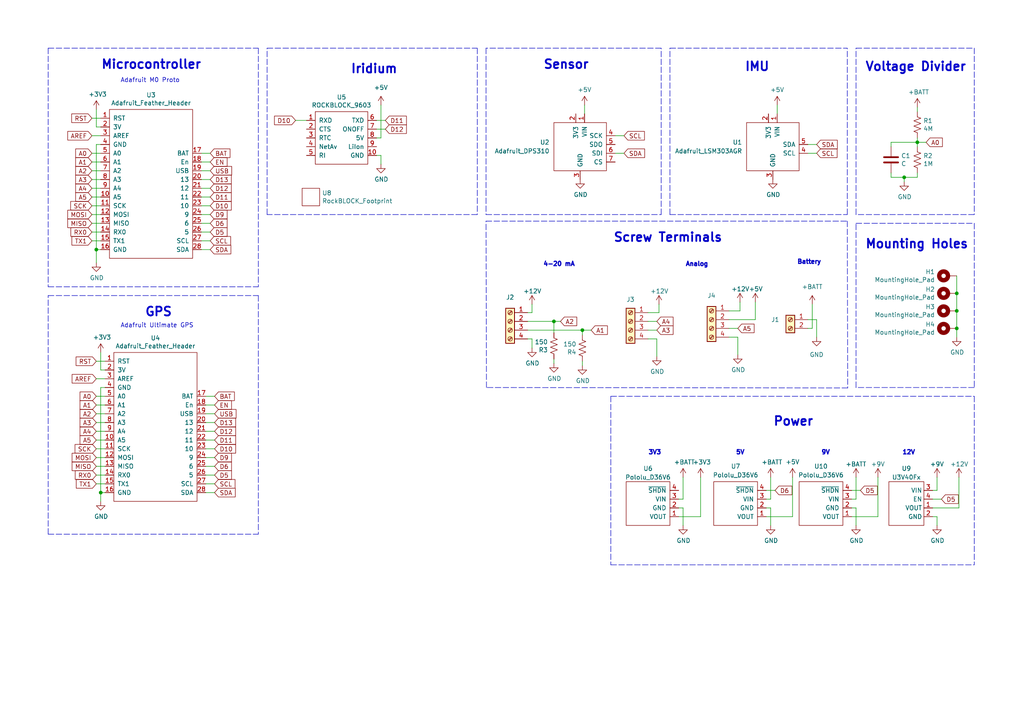
<source format=kicad_sch>
(kicad_sch (version 20211123) (generator eeschema)
  (paper "A4")
  (lib_symbols
    (symbol "Connector:Screw_Terminal_01x02" (pin_names (offset 1.016) hide)
      (property "Reference" "J" (at 0 2.54 0))
      (property "Value" "Screw_Terminal_01x02" (at 0 -5.08 0))
      (symbol "Screw_Terminal_01x02_1_1"
        (rectangle (start -1.27 1.27) (end 1.27 -3.81) (stroke (width 0.254)) (fill (type background)))
        (circle (center 0 -2.54) (radius 0.635) (stroke (width 0.1524)))
        (polyline (pts (xy -0.5334 -2.2098) (xy 0.3302 -3.048)) (stroke (width 0.1524)))
        (polyline (pts (xy -0.5334 0.3302) (xy 0.3302 -0.508)) (stroke (width 0.1524)))
        (polyline (pts (xy -0.3556 -2.032) (xy 0.508 -2.8702)) (stroke (width 0.1524)))
        (polyline (pts (xy -0.3556 0.508) (xy 0.508 -0.3302)) (stroke (width 0.1524)))
        (circle (center 0 0) (radius 0.635) (stroke (width 0.1524)))
        (pin passive line (at -5.08 0 0) (length 3.81) (name "Pin_1") (number "1"))
        (pin passive line (at -5.08 -2.54 0) (length 3.81) (name "Pin_2") (number "2"))
      )
    )
    (symbol "Connector:Screw_Terminal_01x04" (pin_names (offset 1.016) hide)
      (property "Reference" "J" (at 0 5.08 0))
      (property "Value" "Screw_Terminal_01x04" (at 0 -7.62 0))
      (symbol "Screw_Terminal_01x04_1_1"
        (rectangle (start -1.27 3.81) (end 1.27 -6.35) (stroke (width 0.254)) (fill (type background)))
        (circle (center 0 -5.08) (radius 0.635) (stroke (width 0.1524)))
        (circle (center 0 -2.54) (radius 0.635) (stroke (width 0.1524)))
        (polyline (pts (xy -0.5334 -4.7498) (xy 0.3302 -5.588)) (stroke (width 0.1524)))
        (polyline (pts (xy -0.5334 -2.2098) (xy 0.3302 -3.048)) (stroke (width 0.1524)))
        (polyline (pts (xy -0.5334 0.3302) (xy 0.3302 -0.508)) (stroke (width 0.1524)))
        (polyline (pts (xy -0.5334 2.8702) (xy 0.3302 2.032)) (stroke (width 0.1524)))
        (polyline (pts (xy -0.3556 -4.572) (xy 0.508 -5.4102)) (stroke (width 0.1524)))
        (polyline (pts (xy -0.3556 -2.032) (xy 0.508 -2.8702)) (stroke (width 0.1524)))
        (polyline (pts (xy -0.3556 0.508) (xy 0.508 -0.3302)) (stroke (width 0.1524)))
        (polyline (pts (xy -0.3556 3.048) (xy 0.508 2.2098)) (stroke (width 0.1524)))
        (circle (center 0 0) (radius 0.635) (stroke (width 0.1524)))
        (circle (center 0 2.54) (radius 0.635) (stroke (width 0.1524)))
        (pin passive line (at -5.08 2.54 0) (length 3.81) (name "Pin_1") (number "1"))
        (pin passive line (at -5.08 0 0) (length 3.81) (name "Pin_2") (number "2"))
        (pin passive line (at -5.08 -2.54 0) (length 3.81) (name "Pin_3") (number "3"))
        (pin passive line (at -5.08 -5.08 0) (length 3.81) (name "Pin_4") (number "4"))
      )
    )
    (symbol "Cryologger:Adafruit_DPS310" (pin_names (offset 1.016))
      (property "Reference" "U" (at 7.62 7.62 0))
      (property "Value" "Cryologger_Adafruit_DPS310" (at 8.89 -8.89 0))
      (symbol "Adafruit_DPS310_0_1"
        (rectangle (start 7.62 6.35) (end -7.62 -7.62))
      )
      (symbol "Adafruit_DPS310_1_1"
        (pin input line (at 1.27 8.89 270) (length 2.54) (name "VIN") (number "1"))
        (pin input line (at -1.27 8.89 270) (length 2.54) (name "3V3") (number "2"))
        (pin input line (at 0 -10.16 90) (length 2.54) (name "GND") (number "3"))
        (pin input line (at 10.16 2.54 180) (length 2.54) (name "SCK") (number "4"))
        (pin input line (at 10.16 0 180) (length 2.54) (name "SDO") (number "5"))
        (pin input line (at 10.16 -2.54 180) (length 2.54) (name "SDI") (number "6"))
        (pin input line (at 10.16 -5.08 180) (length 2.54) (name "CS") (number "7"))
      )
    )
    (symbol "Cryologger:Adafruit_Feather_Header" (pin_names (offset 1.016))
      (property "Reference" "U" (at 0 25.4 0))
      (property "Value" "Cryologger_Adafruit_Feather_Header" (at 0 -21.59 0))
      (symbol "Adafruit_Feather_Header_0_1"
        (rectangle (start -11.43 -19.05) (end 12.7 24.13))
      )
      (symbol "Adafruit_Feather_Header_1_1"
        (pin input line (at -13.97 21.59 0) (length 2.54) (name "RST") (number "1"))
        (pin input line (at -13.97 -1.27 0) (length 2.54) (name "A5") (number "10"))
        (pin input line (at -13.97 -3.81 0) (length 2.54) (name "SCK") (number "11"))
        (pin input line (at -13.97 -6.35 0) (length 2.54) (name "MOSI") (number "12"))
        (pin input line (at -13.97 -8.89 0) (length 2.54) (name "MISO") (number "13"))
        (pin input line (at -13.97 -11.43 0) (length 2.54) (name "RX0") (number "14"))
        (pin input line (at -13.97 -13.97 0) (length 2.54) (name "TX1") (number "15"))
        (pin input line (at -13.97 -16.51 0) (length 2.54) (name "GND") (number "16"))
        (pin input line (at 15.24 11.43 180) (length 2.54) (name "BAT") (number "17"))
        (pin input line (at 15.24 8.89 180) (length 2.54) (name "En") (number "18"))
        (pin input line (at 15.24 6.35 180) (length 2.54) (name "USB") (number "19"))
        (pin input line (at -13.97 19.05 0) (length 2.54) (name "3V") (number "2"))
        (pin input line (at 15.24 3.81 180) (length 2.54) (name "13") (number "20"))
        (pin input line (at 15.24 1.27 180) (length 2.54) (name "12") (number "21"))
        (pin input line (at 15.24 -1.27 180) (length 2.54) (name "11") (number "22"))
        (pin input line (at 15.24 -3.81 180) (length 2.54) (name "10") (number "23"))
        (pin input line (at 15.24 -6.35 180) (length 2.54) (name "9") (number "24"))
        (pin input line (at 15.24 -8.89 180) (length 2.54) (name "6") (number "25"))
        (pin input line (at 15.24 -11.43 180) (length 2.54) (name "5") (number "26"))
        (pin input line (at 15.24 -13.97 180) (length 2.54) (name "SCL") (number "27"))
        (pin input line (at 15.24 -16.51 180) (length 2.54) (name "SDA") (number "28"))
        (pin input line (at -13.97 16.51 0) (length 2.54) (name "AREF") (number "3"))
        (pin input line (at -13.97 13.97 0) (length 2.54) (name "GND") (number "4"))
        (pin input line (at -13.97 11.43 0) (length 2.54) (name "A0") (number "5"))
        (pin input line (at -13.97 8.89 0) (length 2.54) (name "A1") (number "6"))
        (pin input line (at -13.97 6.35 0) (length 2.54) (name "A2") (number "7"))
        (pin input line (at -13.97 3.81 0) (length 2.54) (name "A3") (number "8"))
        (pin input line (at -13.97 1.27 0) (length 2.54) (name "A4") (number "9"))
      )
    )
    (symbol "Cryologger:Adafruit_LSM303AGR" (pin_names (offset 1.016))
      (property "Reference" "U" (at 6.35 8.89 0))
      (property "Value" "Cryologger_Adafruit_LSM303AGR" (at 10.16 -7.62 0))
      (symbol "Adafruit_LSM303AGR_0_1"
        (rectangle (start 7.62 -6.35) (end -7.62 7.62))
      )
      (symbol "Adafruit_LSM303AGR_1_1"
        (pin input line (at 1.27 10.16 270) (length 2.54) (name "VIN") (number "1"))
        (pin input line (at -1.27 10.16 270) (length 2.54) (name "3V3") (number "2"))
        (pin input line (at 0 -8.89 90) (length 2.54) (name "GND") (number "3"))
        (pin input line (at 10.16 -1.27 180) (length 2.54) (name "SCL") (number "4"))
        (pin input line (at 10.16 1.27 180) (length 2.54) (name "SDA") (number "5"))
      )
    )
    (symbol "Cryologger:Pololu_D36V6" (pin_names (offset 1.016))
      (property "Reference" "U" (at 0 7.62 0))
      (property "Value" "Cryologger_Pololu_D36V6" (at 0 -7.62 0))
      (symbol "Pololu_D36V6_0_1"
        (rectangle (start 6.35 6.35) (end -6.35 -6.35))
      )
      (symbol "Pololu_D36V6_1_1"
        (pin input line (at 8.89 -3.81 180) (length 2.54) (name "VOUT") (number "1"))
        (pin input line (at 8.89 -1.27 180) (length 2.54) (name "GND") (number "2"))
        (pin input line (at 8.89 1.27 180) (length 2.54) (name "VIN") (number "3"))
        (pin input line (at 8.89 3.81 180) (length 2.54) (name "~{SHDN}") (number "4"))
      )
    )
    (symbol "Cryologger:ROCKBLOCK_9603" (pin_names (offset 1.016))
      (property "Reference" "U" (at 0 8.89 0))
      (property "Value" "Cryologger_ROCKBLOCK_9603" (at 0 -8.89 0))
      (symbol "ROCKBLOCK_9603_0_1"
        (rectangle (start -7.62 -7.62) (end 7.62 7.62))
      )
      (symbol "ROCKBLOCK_9603_1_1"
        (pin input line (at -10.16 5.08 0) (length 2.54) (name "RXD") (number "1"))
        (pin input line (at 10.16 -5.08 180) (length 2.54) (name "GND") (number "10"))
        (pin input line (at -10.16 2.54 0) (length 2.54) (name "CTS") (number "2"))
        (pin input line (at -10.16 0 0) (length 2.54) (name "RTC") (number "3"))
        (pin input line (at -10.16 -2.54 0) (length 2.54) (name "NetAv") (number "4"))
        (pin input line (at -10.16 -5.08 0) (length 2.54) (name "RI") (number "5"))
        (pin input line (at 10.16 5.08 180) (length 2.54) (name "TXD") (number "6"))
        (pin input line (at 10.16 2.54 180) (length 2.54) (name "ONOFF") (number "7"))
        (pin input line (at 10.16 0 180) (length 2.54) (name "5V") (number "8"))
        (pin input line (at 10.16 -2.54 180) (length 2.54) (name "LiIon") (number "9"))
      )
    )
    (symbol "Cryologger:RockBLOCK_Footprint" (pin_names (offset 1.016))
      (property "Reference" "U" (at 0 8.89 0))
      (property "Value" "Cryologger_RockBLOCK_Footprint" (at 0 -10.16 0))
      (symbol "RockBLOCK_Footprint_0_1"
        (rectangle (start -2.54 2.54) (end 2.54 -2.54))
      )
    )
    (symbol "Cryologger:U3V40Fx"
      (property "Reference" "U" (at 0 7.62 0))
      (property "Value" "U3V40Fx" (at 0 -7.62 0))
      (symbol "U3V40Fx_0_1"
        (rectangle (start -5.08 6.35) (end 5.08 -6.35) (stroke (width 0.1524)))
      )
      (symbol "U3V40Fx_1_1"
        (pin output line (at 7.62 -1.27 180) (length 2.54) (name "VOUT") (number "1"))
        (pin input line (at 7.62 -3.81 180) (length 2.54) (name "GND") (number "2"))
        (pin input line (at 7.62 3.81 180) (length 2.54) (name "VIN") (number "3"))
        (pin input line (at 7.62 1.27 180) (length 2.54) (name "EN") (number "4"))
      )
    )
    (symbol "Device:C" (pin_numbers hide) (pin_names (offset 0.254))
      (property "Reference" "C" (at 0.635 2.54 0))
      (property "Value" "C" (at 0.635 -2.54 0))
      (symbol "C_0_1"
        (polyline (pts (xy -2.032 -0.762) (xy 2.032 -0.762)) (stroke (width 0.508)))
        (polyline (pts (xy -2.032 0.762) (xy 2.032 0.762)) (stroke (width 0.508)))
      )
      (symbol "C_1_1"
        (pin passive line (at 0 3.81 270) (length 2.794) (name "~") (number "1"))
        (pin passive line (at 0 -3.81 90) (length 2.794) (name "~") (number "2"))
      )
    )
    (symbol "Device:R_US" (pin_numbers hide) (pin_names (offset 0))
      (property "Reference" "R" (at 2.54 0 90))
      (property "Value" "R_US" (at -2.54 0 90))
      (symbol "R_US_0_1"
        (polyline (pts (xy 0 -2.286) (xy 0 -2.54)))
        (polyline (pts (xy 0 2.286) (xy 0 2.54)))
        (polyline (pts (xy 0 -0.762) (xy 1.016 -1.143) (xy 0 -1.524) (xy -1.016 -1.905) (xy 0 -2.286)))
        (polyline (pts (xy 0 0.762) (xy 1.016 0.381) (xy 0 0) (xy -1.016 -0.381) (xy 0 -0.762)))
        (polyline (pts (xy 0 2.286) (xy 1.016 1.905) (xy 0 1.524) (xy -1.016 1.143) (xy 0 0.762)))
      )
      (symbol "R_US_1_1"
        (pin passive line (at 0 3.81 270) (length 1.27) (name "~") (number "1"))
        (pin passive line (at 0 -3.81 90) (length 1.27) (name "~") (number "2"))
      )
    )
    (symbol "Mechanical:MountingHole_Pad" (pin_numbers hide) (pin_names (offset 1.016) hide)
      (property "Reference" "H" (at 0 6.35 0))
      (property "Value" "MountingHole_Pad" (at 0 4.445 0))
      (symbol "MountingHole_Pad_0_1"
        (circle (center 0 1.27) (radius 1.27) (stroke (width 1.27)))
      )
      (symbol "MountingHole_Pad_1_1"
        (pin input line (at 0 -2.54 90) (length 2.54) (name "1") (number "1"))
      )
    )
    (symbol "power:+12V" (power) (pin_names (offset 0))
      (property "Value" "+12V" (at 0 3.556 0))
      (symbol "+12V_0_1"
        (polyline (pts (xy -0.762 1.27) (xy 0 2.54)))
        (polyline (pts (xy 0 0) (xy 0 2.54)))
        (polyline (pts (xy 0 2.54) (xy 0.762 1.27)))
      )
      (symbol "+12V_1_1"
        (pin power_in line (at 0 0 90) (length 0) hide (name "+12V") (number "1"))
      )
    )
    (symbol "power:+3V3" (power) (pin_names (offset 0))
      (property "Value" "+3V3" (at 0 3.556 0))
      (symbol "+3V3_0_1"
        (polyline (pts (xy -0.762 1.27) (xy 0 2.54)))
        (polyline (pts (xy 0 0) (xy 0 2.54)))
        (polyline (pts (xy 0 2.54) (xy 0.762 1.27)))
      )
      (symbol "+3V3_1_1"
        (pin power_in line (at 0 0 90) (length 0) hide (name "+3V3") (number "1"))
      )
    )
    (symbol "power:+5V" (power) (pin_names (offset 0))
      (property "Value" "+5V" (at 0 3.556 0))
      (symbol "+5V_0_1"
        (polyline (pts (xy -0.762 1.27) (xy 0 2.54)))
        (polyline (pts (xy 0 0) (xy 0 2.54)))
        (polyline (pts (xy 0 2.54) (xy 0.762 1.27)))
      )
      (symbol "+5V_1_1"
        (pin power_in line (at 0 0 90) (length 0) hide (name "+5V") (number "1"))
      )
    )
    (symbol "power:+9V" (power) (pin_names (offset 0))
      (property "Value" "+9V" (at 0 3.556 0))
      (symbol "+9V_0_1"
        (polyline (pts (xy -0.762 1.27) (xy 0 2.54)))
        (polyline (pts (xy 0 0) (xy 0 2.54)))
        (polyline (pts (xy 0 2.54) (xy 0.762 1.27)))
      )
      (symbol "+9V_1_1"
        (pin power_in line (at 0 0 90) (length 0) hide (name "+9V") (number "1"))
      )
    )
    (symbol "power:+BATT" (power) (pin_names (offset 0))
      (property "Value" "+BATT" (at 0 3.556 0))
      (symbol "+BATT_0_1"
        (polyline (pts (xy -0.762 1.27) (xy 0 2.54)))
        (polyline (pts (xy 0 0) (xy 0 2.54)))
        (polyline (pts (xy 0 2.54) (xy 0.762 1.27)))
      )
      (symbol "+BATT_1_1"
        (pin power_in line (at 0 0 90) (length 0) hide (name "+BATT") (number "1"))
      )
    )
    (symbol "power:GND" (power) (pin_names (offset 0))
      (property "Value" "GND" (at 0 -3.81 0))
      (symbol "GND_0_1"
        (polyline (pts (xy 0 0) (xy 0 -1.27) (xy 1.27 -1.27) (xy 0 -2.54) (xy -1.27 -1.27) (xy 0 -1.27)))
      )
      (symbol "GND_1_1"
        (pin power_in line (at 0 0 270) (length 0) hide (name "GND") (number "1"))
      )
    )
  )
  (junction (at 277.495 95.25))
  (junction (at 160.655 93.218))
  (junction (at 266.065 41.275))
  (junction (at 277.495 90.17))
  (junction (at 277.495 85.09))
  (junction (at 168.91 95.758))
  (junction (at 29.21 142.875))
  (junction (at 27.94 72.39))
  (junction (at 262.255 51.435))
  (wire (pts (xy 27.94 41.91) (xy 27.94 72.39)))
  (wire (pts (xy 219.075 92.71) (xy 219.075 87.63)))
  (wire (pts (xy 29.21 54.61) (xy 26.67 54.61)))
  (wire (pts (xy 60.96 72.39) (xy 58.42 72.39)))
  (wire (pts (xy 198.12 147.32) (xy 198.12 152.4)))
  (wire (pts (xy 153.035 98.298) (xy 154.305 98.298)))
  (polyline (pts (xy 191.77 13.97) (xy 140.97 13.97)))
  (wire (pts (xy 109.22 40.005) (xy 110.49 40.005)))
  (wire (pts (xy 223.52 147.32) (xy 223.52 152.4)))
  (wire (pts (xy 88.9 34.925) (xy 85.725 34.925)))
  (wire (pts (xy 30.48 127.635) (xy 27.94 127.635)))
  (wire (pts (xy 60.96 69.85) (xy 58.42 69.85)))
  (polyline (pts (xy 177.165 114.935) (xy 282.575 114.935)))
  (wire (pts (xy 62.23 142.875) (xy 59.69 142.875)))
  (wire (pts (xy 178.435 39.37) (xy 180.975 39.37)))
  (wire (pts (xy 29.21 46.99) (xy 26.67 46.99)))
  (wire (pts (xy 248.285 144.78) (xy 248.285 138.43)))
  (wire (pts (xy 266.065 50.165) (xy 266.065 51.435)))
  (wire (pts (xy 62.23 114.935) (xy 59.69 114.935)))
  (wire (pts (xy 62.23 130.175) (xy 59.69 130.175)))
  (wire (pts (xy 62.23 127.635) (xy 59.69 127.635)))
  (wire (pts (xy 110.49 45.085) (xy 110.49 47.625)))
  (wire (pts (xy 27.94 36.83) (xy 27.94 31.75)))
  (wire (pts (xy 60.96 67.31) (xy 58.42 67.31)))
  (polyline (pts (xy 245.745 62.23) (xy 245.745 13.97)))
  (wire (pts (xy 277.495 85.09) (xy 277.495 90.17)))
  (wire (pts (xy 168.91 95.758) (xy 171.45 95.758)))
  (wire (pts (xy 234.315 41.91) (xy 236.855 41.91)))
  (wire (pts (xy 248.285 147.32) (xy 248.285 152.4)))
  (wire (pts (xy 191.135 88.265) (xy 191.135 90.678)))
  (wire (pts (xy 62.23 137.795) (xy 59.69 137.795)))
  (wire (pts (xy 203.2 149.86) (xy 203.2 138.43)))
  (polyline (pts (xy 194.31 62.23) (xy 245.745 62.23)))
  (wire (pts (xy 30.48 135.255) (xy 27.94 135.255)))
  (polyline (pts (xy 282.575 64.77) (xy 282.575 112.395)))
  (polyline (pts (xy 194.31 62.23) (xy 194.31 13.97)))
  (polyline (pts (xy 138.43 62.23) (xy 77.47 62.23)))
  (wire (pts (xy 29.21 52.07) (xy 26.67 52.07)))
  (wire (pts (xy 198.12 144.78) (xy 198.12 138.43)))
  (wire (pts (xy 178.435 44.45) (xy 180.975 44.45)))
  (wire (pts (xy 277.495 95.25) (xy 277.495 97.79)))
  (wire (pts (xy 30.48 132.715) (xy 27.94 132.715)))
  (wire (pts (xy 270.51 149.86) (xy 271.78 149.86)))
  (wire (pts (xy 154.305 88.265) (xy 154.305 90.678)))
  (polyline (pts (xy 140.97 13.97) (xy 140.97 62.23)))
  (wire (pts (xy 27.94 36.83) (xy 29.21 36.83)))
  (wire (pts (xy 258.445 41.275) (xy 266.065 41.275)))
  (wire (pts (xy 29.21 62.23) (xy 26.67 62.23)))
  (polyline (pts (xy 13.97 85.725) (xy 74.93 85.725)))
  (wire (pts (xy 27.94 76.2) (xy 27.94 72.39)))
  (wire (pts (xy 211.455 90.17) (xy 214.63 90.17)))
  (polyline (pts (xy 74.93 13.97) (xy 74.93 83.185)))
  (wire (pts (xy 169.545 30.48) (xy 169.545 33.02)))
  (wire (pts (xy 222.25 147.32) (xy 223.52 147.32)))
  (polyline (pts (xy 13.97 83.185) (xy 74.93 83.185)))
  (wire (pts (xy 222.25 142.24) (xy 224.79 142.24)))
  (polyline (pts (xy 191.77 62.23) (xy 191.77 13.97)))
  (wire (pts (xy 30.48 140.335) (xy 27.94 140.335)))
  (wire (pts (xy 62.23 122.555) (xy 59.69 122.555)))
  (wire (pts (xy 109.22 45.085) (xy 110.49 45.085)))
  (wire (pts (xy 29.21 59.69) (xy 26.67 59.69)))
  (wire (pts (xy 222.25 144.78) (xy 223.52 144.78)))
  (wire (pts (xy 262.255 52.705) (xy 262.255 51.435)))
  (wire (pts (xy 29.21 107.315) (xy 30.48 107.315)))
  (wire (pts (xy 29.21 112.395) (xy 29.21 142.875)))
  (polyline (pts (xy 140.97 64.135) (xy 245.745 64.135)))
  (wire (pts (xy 271.78 142.24) (xy 271.78 138.43)))
  (wire (pts (xy 266.065 51.435) (xy 262.255 51.435)))
  (wire (pts (xy 60.96 62.23) (xy 58.42 62.23)))
  (wire (pts (xy 109.22 37.465) (xy 111.76 37.465)))
  (wire (pts (xy 60.96 46.99) (xy 58.42 46.99)))
  (wire (pts (xy 270.51 144.78) (xy 273.05 144.78)))
  (wire (pts (xy 29.21 107.315) (xy 29.21 102.235)))
  (wire (pts (xy 26.67 34.29) (xy 29.21 34.29)))
  (polyline (pts (xy 282.575 112.395) (xy 248.285 112.395)))
  (wire (pts (xy 247.015 147.32) (xy 248.285 147.32)))
  (polyline (pts (xy 194.31 13.97) (xy 245.745 13.97)))
  (polyline (pts (xy 177.165 163.83) (xy 282.575 163.83)))
  (wire (pts (xy 258.445 51.435) (xy 258.445 50.165)))
  (polyline (pts (xy 245.872 112.522) (xy 141.097 112.395)))
  (wire (pts (xy 30.48 137.795) (xy 27.94 137.795)))
  (wire (pts (xy 30.48 142.875) (xy 29.21 142.875)))
  (wire (pts (xy 211.455 95.25) (xy 213.995 95.25)))
  (wire (pts (xy 29.21 142.875) (xy 29.21 145.415)))
  (wire (pts (xy 60.96 57.15) (xy 58.42 57.15)))
  (polyline (pts (xy 138.43 13.97) (xy 138.43 62.23)))
  (wire (pts (xy 160.655 96.52) (xy 160.655 93.218)))
  (wire (pts (xy 60.96 64.77) (xy 58.42 64.77)))
  (polyline (pts (xy 282.575 114.935) (xy 282.575 163.83)))
  (wire (pts (xy 29.21 39.37) (xy 26.67 39.37)))
  (wire (pts (xy 30.48 122.555) (xy 27.94 122.555)))
  (wire (pts (xy 247.015 144.78) (xy 248.285 144.78)))
  (wire (pts (xy 160.655 93.218) (xy 162.56 93.218)))
  (wire (pts (xy 60.96 49.53) (xy 58.42 49.53)))
  (wire (pts (xy 247.015 149.86) (xy 254.635 149.86)))
  (polyline (pts (xy 77.47 13.97) (xy 138.43 13.97)))
  (wire (pts (xy 266.065 41.275) (xy 268.605 41.275)))
  (wire (pts (xy 30.48 120.015) (xy 27.94 120.015)))
  (wire (pts (xy 60.96 54.61) (xy 58.42 54.61)))
  (wire (pts (xy 211.455 92.71) (xy 219.075 92.71)))
  (polyline (pts (xy 77.47 62.23) (xy 77.47 13.97)))
  (wire (pts (xy 62.23 117.475) (xy 59.69 117.475)))
  (polyline (pts (xy 141.097 112.395) (xy 140.97 64.135)))
  (wire (pts (xy 160.655 105.41) (xy 160.655 104.14)))
  (polyline (pts (xy 282.575 62.23) (xy 248.285 62.23)))
  (wire (pts (xy 153.035 95.758) (xy 168.91 95.758)))
  (polyline (pts (xy 13.97 154.94) (xy 13.97 85.725)))
  (wire (pts (xy 235.585 95.25) (xy 235.585 88.265)))
  (wire (pts (xy 266.065 42.545) (xy 266.065 41.275)))
  (wire (pts (xy 154.305 98.298) (xy 154.305 100.965)))
  (wire (pts (xy 270.51 142.24) (xy 271.78 142.24)))
  (wire (pts (xy 277.495 80.01) (xy 277.495 85.09)))
  (wire (pts (xy 29.21 57.15) (xy 26.67 57.15)))
  (wire (pts (xy 29.21 72.39) (xy 27.94 72.39)))
  (wire (pts (xy 60.96 44.45) (xy 58.42 44.45)))
  (wire (pts (xy 62.23 140.335) (xy 59.69 140.335)))
  (polyline (pts (xy 74.93 85.725) (xy 74.93 154.94)))
  (wire (pts (xy 30.48 130.175) (xy 27.94 130.175)))
  (wire (pts (xy 29.21 67.31) (xy 26.67 67.31)))
  (wire (pts (xy 30.48 117.475) (xy 27.94 117.475)))
  (polyline (pts (xy 248.285 62.23) (xy 248.285 13.97)))
  (wire (pts (xy 254.635 138.43) (xy 254.635 149.86)))
  (polyline (pts (xy 13.97 13.97) (xy 74.93 13.97)))
  (wire (pts (xy 211.455 97.79) (xy 213.995 97.79)))
  (wire (pts (xy 266.065 32.385) (xy 266.065 31.115)))
  (wire (pts (xy 187.96 98.298) (xy 190.5 98.298)))
  (wire (pts (xy 29.21 49.53) (xy 26.67 49.53)))
  (wire (pts (xy 62.23 132.715) (xy 59.69 132.715)))
  (polyline (pts (xy 248.285 112.395) (xy 248.285 64.77)))
  (wire (pts (xy 225.425 30.48) (xy 225.425 33.02)))
  (wire (pts (xy 258.445 42.545) (xy 258.445 41.275)))
  (wire (pts (xy 168.91 106.045) (xy 168.91 104.775)))
  (wire (pts (xy 187.96 93.218) (xy 190.5 93.218)))
  (polyline (pts (xy 248.285 13.97) (xy 282.575 13.97)))
  (polyline (pts (xy 248.285 64.77) (xy 282.575 64.77)))
  (wire (pts (xy 168.91 97.155) (xy 168.91 95.758)))
  (wire (pts (xy 214.63 90.17) (xy 214.63 87.63)))
  (wire (pts (xy 222.25 149.86) (xy 229.87 149.86)))
  (wire (pts (xy 62.23 135.255) (xy 59.69 135.255)))
  (wire (pts (xy 278.13 138.43) (xy 278.13 147.32)))
  (wire (pts (xy 236.855 92.71) (xy 236.855 97.79)))
  (wire (pts (xy 234.315 95.25) (xy 235.585 95.25)))
  (wire (pts (xy 271.78 149.86) (xy 271.78 152.4)))
  (polyline (pts (xy 140.97 62.23) (xy 191.77 62.23)))
  (polyline (pts (xy 13.97 154.94) (xy 74.93 154.94)))
  (wire (pts (xy 187.96 95.758) (xy 190.5 95.758)))
  (wire (pts (xy 27.94 104.775) (xy 30.48 104.775)))
  (polyline (pts (xy 245.745 64.135) (xy 245.872 112.522)))
  (wire (pts (xy 110.49 40.005) (xy 110.49 30.48)))
  (wire (pts (xy 196.85 149.86) (xy 203.2 149.86)))
  (wire (pts (xy 29.21 44.45) (xy 26.67 44.45)))
  (wire (pts (xy 30.48 109.855) (xy 27.94 109.855)))
  (wire (pts (xy 30.48 125.095) (xy 27.94 125.095)))
  (wire (pts (xy 153.035 90.678) (xy 154.305 90.678)))
  (wire (pts (xy 247.015 142.24) (xy 249.555 142.24)))
  (wire (pts (xy 229.87 138.43) (xy 229.87 149.86)))
  (wire (pts (xy 62.23 125.095) (xy 59.69 125.095)))
  (polyline (pts (xy 177.165 114.935) (xy 177.165 163.83)))
  (wire (pts (xy 262.255 51.435) (xy 258.445 51.435)))
  (polyline (pts (xy 13.97 13.97) (xy 13.97 83.185)))
  (wire (pts (xy 196.85 147.32) (xy 198.12 147.32)))
  (wire (pts (xy 109.22 34.925) (xy 111.76 34.925)))
  (wire (pts (xy 29.21 69.85) (xy 26.67 69.85)))
  (wire (pts (xy 223.52 138.43) (xy 223.52 144.78)))
  (polyline (pts (xy 282.575 13.97) (xy 282.575 62.23)))
  (wire (pts (xy 29.21 64.77) (xy 26.67 64.77)))
  (wire (pts (xy 29.21 41.91) (xy 27.94 41.91)))
  (wire (pts (xy 30.48 112.395) (xy 29.21 112.395)))
  (wire (pts (xy 213.995 97.79) (xy 213.995 102.87)))
  (wire (pts (xy 234.315 44.45) (xy 236.855 44.45)))
  (wire (pts (xy 62.23 120.015) (xy 59.69 120.015)))
  (wire (pts (xy 277.495 90.17) (xy 277.495 95.25)))
  (wire (pts (xy 30.48 114.935) (xy 27.94 114.935)))
  (wire (pts (xy 60.96 59.69) (xy 58.42 59.69)))
  (wire (pts (xy 153.035 93.218) (xy 160.655 93.218)))
  (wire (pts (xy 190.5 98.298) (xy 190.5 103.378)))
  (wire (pts (xy 266.065 41.275) (xy 266.065 40.005)))
  (wire (pts (xy 187.96 90.678) (xy 191.135 90.678)))
  (wire (pts (xy 196.85 144.78) (xy 198.12 144.78)))
  (wire (pts (xy 60.96 52.07) (xy 58.42 52.07)))
  (wire (pts (xy 234.315 92.71) (xy 236.855 92.71)))
  (wire (pts (xy 270.51 147.32) (xy 278.13 147.32)))
  (text "Screw Terminals" (at 177.8 70.485 0) (effects (font (size 2.54 2.54) (thickness 0.508) bold) (justify left bottom)))
  (text "Iridium" (at 101.6 21.59 0) (effects (font (size 2.54 2.54) (thickness 0.508) bold) (justify left bottom)))
  (text "Power" (at 224.155 123.825 0) (effects (font (size 2.54 2.54) (thickness 0.508) bold) (justify left bottom)))
  (text "Voltage Divider" (at 250.825 20.955 0) (effects (font (size 2.54 2.54) (thickness 0.508) bold) (justify left bottom)))
  (text "IMU" (at 215.9 20.955 0) (effects (font (size 2.54 2.54) (thickness 0.508) bold) (justify left bottom)))
  (text "Microcontroller" (at 29.21 20.32 0) (effects (font (size 2.54 2.54) (thickness 0.508) bold) (justify left bottom)))
  (text "Adafruit Ultimate GPS" (at 34.925 95.25 0) (effects (font (size 1.27 1.27)) (justify left bottom)))
  (text "3V3" (at 187.96 132.08 0) (effects (font (size 1.27 1.27) (thickness 0.508) bold) (justify left bottom)))
  (text "Adafruit M0 Proto\n" (at 34.925 24.13 0) (effects (font (size 1.27 1.27)) (justify left bottom)))
  (text "5V" (at 213.36 132.08 0) (effects (font (size 1.27 1.27) (thickness 0.508) bold) (justify left bottom)))
  (text "4-20 mA" (at 157.48 77.47 0) (effects (font (size 1.27 1.27) (thickness 0.508) bold) (justify left bottom)))
  (text "Battery" (at 231.14 76.835 0) (effects (font (size 1.27 1.27) (thickness 0.508) bold) (justify left bottom)))
  (text "Analog\n" (at 198.755 77.47 0) (effects (font (size 1.27 1.27) (thickness 0.508) bold) (justify left bottom)))
  (text "Sensor" (at 157.48 20.32 0) (effects (font (size 2.54 2.54) (thickness 0.508) bold) (justify left bottom)))
  (text "GPS" (at 41.91 92.075 0) (effects (font (size 2.54 2.54) (thickness 0.508) bold) (justify left bottom)))
  (text "9V" (at 238.125 132.08 0) (effects (font (size 1.27 1.27) (thickness 0.508) bold) (justify left bottom)))
  (text "12V" (at 261.62 132.08 0) (effects (font (size 1.27 1.27) (thickness 0.508) bold) (justify left bottom)))
  (text "Mounting Holes" (at 250.825 72.39 0) (effects (font (size 2.54 2.54) (thickness 0.508) bold) (justify left bottom)))
  (global_label "MISO" (shape input) (at 27.94 135.255 180) (property "Intersheet References" "${INTERSHEET_REFS}" (effects hide)))
  (global_label "A1" (shape input) (at 26.67 46.99 180) (property "Intersheet References" "${INTERSHEET_REFS}" (effects hide)))
  (global_label "D10" (shape input) (at 62.23 130.175 0) (property "Intersheet References" "${INTERSHEET_REFS}" (effects hide)))
  (global_label "D9" (shape input) (at 60.96 62.23 0) (property "Intersheet References" "${INTERSHEET_REFS}" (effects hide)))
  (global_label "D12" (shape input) (at 62.23 125.095 0) (property "Intersheet References" "${INTERSHEET_REFS}" (effects hide)))
  (global_label "TX1" (shape input) (at 26.67 69.85 180) (property "Intersheet References" "${INTERSHEET_REFS}" (effects hide)))
  (global_label "D5" (shape input) (at 273.05 144.78 0) (property "Intersheet References" "${INTERSHEET_REFS}" (effects hide)))
  (global_label "D5" (shape input) (at 249.555 142.24 0) (property "Intersheet References" "${INTERSHEET_REFS}" (effects hide)))
  (global_label "RST" (shape input) (at 27.94 104.775 180) (property "Intersheet References" "${INTERSHEET_REFS}" (effects hide)))
  (global_label "MISO" (shape input) (at 26.67 64.77 180) (property "Intersheet References" "${INTERSHEET_REFS}" (effects hide)))
  (global_label "AREF" (shape input) (at 26.67 39.37 180) (property "Intersheet References" "${INTERSHEET_REFS}" (effects hide)))
  (global_label "A5" (shape input) (at 26.67 57.15 180) (property "Intersheet References" "${INTERSHEET_REFS}" (effects hide)))
  (global_label "A3" (shape input) (at 27.94 122.555 180) (property "Intersheet References" "${INTERSHEET_REFS}" (effects hide)))
  (global_label "D11" (shape input) (at 111.76 34.925 0) (property "Intersheet References" "${INTERSHEET_REFS}" (effects hide)))
  (global_label "EN" (shape input) (at 62.23 117.475 0) (property "Intersheet References" "${INTERSHEET_REFS}" (effects hide)))
  (global_label "D13" (shape input) (at 60.96 52.07 0) (property "Intersheet References" "${INTERSHEET_REFS}" (effects hide)))
  (global_label "D12" (shape input) (at 60.96 54.61 0) (property "Intersheet References" "${INTERSHEET_REFS}" (effects hide)))
  (global_label "D6" (shape input) (at 60.96 64.77 0) (property "Intersheet References" "${INTERSHEET_REFS}" (effects hide)))
  (global_label "A1" (shape input) (at 171.45 95.758 0) (property "Intersheet References" "${INTERSHEET_REFS}" (effects hide)))
  (global_label "SCK" (shape input) (at 26.67 59.69 180) (property "Intersheet References" "${INTERSHEET_REFS}" (effects hide)))
  (global_label "USB" (shape input) (at 60.96 49.53 0) (property "Intersheet References" "${INTERSHEET_REFS}" (effects hide)))
  (global_label "A0" (shape input) (at 268.605 41.275 0) (property "Intersheet References" "${INTERSHEET_REFS}" (effects hide)))
  (global_label "MOSI" (shape input) (at 26.67 62.23 180) (property "Intersheet References" "${INTERSHEET_REFS}" (effects hide)))
  (global_label "RX0" (shape input) (at 27.94 137.795 180) (property "Intersheet References" "${INTERSHEET_REFS}" (effects hide)))
  (global_label "SCL" (shape input) (at 180.975 39.37 0) (property "Intersheet References" "${INTERSHEET_REFS}" (effects hide)))
  (global_label "SCK" (shape input) (at 27.94 130.175 180) (property "Intersheet References" "${INTERSHEET_REFS}" (effects hide)))
  (global_label "D5" (shape input) (at 62.23 137.795 0) (property "Intersheet References" "${INTERSHEET_REFS}" (effects hide)))
  (global_label "SCL" (shape input) (at 62.23 140.335 0) (property "Intersheet References" "${INTERSHEET_REFS}" (effects hide)))
  (global_label "BAT" (shape input) (at 62.23 114.935 0) (property "Intersheet References" "${INTERSHEET_REFS}" (effects hide)))
  (global_label "D6" (shape input) (at 224.79 142.24 0) (property "Intersheet References" "${INTERSHEET_REFS}" (effects hide)))
  (global_label "A4" (shape input) (at 27.94 125.095 180) (property "Intersheet References" "${INTERSHEET_REFS}" (effects hide)))
  (global_label "MOSI" (shape input) (at 27.94 132.715 180) (property "Intersheet References" "${INTERSHEET_REFS}" (effects hide)))
  (global_label "D6" (shape input) (at 62.23 135.255 0) (property "Intersheet References" "${INTERSHEET_REFS}" (effects hide)))
  (global_label "A2" (shape input) (at 27.94 120.015 180) (property "Intersheet References" "${INTERSHEET_REFS}" (effects hide)))
  (global_label "D11" (shape input) (at 62.23 127.635 0) (property "Intersheet References" "${INTERSHEET_REFS}" (effects hide)))
  (global_label "TX1" (shape input) (at 27.94 140.335 180) (property "Intersheet References" "${INTERSHEET_REFS}" (effects hide)))
  (global_label "A1" (shape input) (at 27.94 117.475 180) (property "Intersheet References" "${INTERSHEET_REFS}" (effects hide)))
  (global_label "A3" (shape input) (at 26.67 52.07 180) (property "Intersheet References" "${INTERSHEET_REFS}" (effects hide)))
  (global_label "A5" (shape input) (at 213.995 95.25 0) (property "Intersheet References" "${INTERSHEET_REFS}" (effects hide)))
  (global_label "A3" (shape input) (at 190.5 95.758 0) (property "Intersheet References" "${INTERSHEET_REFS}" (effects hide)))
  (global_label "RST" (shape input) (at 26.67 34.29 180) (property "Intersheet References" "${INTERSHEET_REFS}" (effects hide)))
  (global_label "EN" (shape input) (at 60.96 46.99 0) (property "Intersheet References" "${INTERSHEET_REFS}" (effects hide)))
  (global_label "D5" (shape input) (at 60.96 67.31 0) (property "Intersheet References" "${INTERSHEET_REFS}" (effects hide)))
  (global_label "SCL" (shape input) (at 60.96 69.85 0) (property "Intersheet References" "${INTERSHEET_REFS}" (effects hide)))
  (global_label "D11" (shape input) (at 60.96 57.15 0) (property "Intersheet References" "${INTERSHEET_REFS}" (effects hide)))
  (global_label "A5" (shape input) (at 27.94 127.635 180) (property "Intersheet References" "${INTERSHEET_REFS}" (effects hide)))
  (global_label "AREF" (shape input) (at 27.94 109.855 180) (property "Intersheet References" "${INTERSHEET_REFS}" (effects hide)))
  (global_label "SDA" (shape input) (at 236.855 41.91 0) (property "Intersheet References" "${INTERSHEET_REFS}" (effects hide)))
  (global_label "A2" (shape input) (at 162.56 93.218 0) (property "Intersheet References" "${INTERSHEET_REFS}" (effects hide)))
  (global_label "D10" (shape input) (at 85.725 34.925 180) (property "Intersheet References" "${INTERSHEET_REFS}" (effects hide)))
  (global_label "D10" (shape input) (at 60.96 59.69 0) (property "Intersheet References" "${INTERSHEET_REFS}" (effects hide)))
  (global_label "A0" (shape input) (at 26.67 44.45 180) (property "Intersheet References" "${INTERSHEET_REFS}" (effects hide)))
  (global_label "D13" (shape input) (at 62.23 122.555 0) (property "Intersheet References" "${INTERSHEET_REFS}" (effects hide)))
  (global_label "USB" (shape input) (at 62.23 120.015 0) (property "Intersheet References" "${INTERSHEET_REFS}" (effects hide)))
  (global_label "A0" (shape input) (at 27.94 114.935 180) (property "Intersheet References" "${INTERSHEET_REFS}" (effects hide)))
  (global_label "RX0" (shape input) (at 26.67 67.31 180) (property "Intersheet References" "${INTERSHEET_REFS}" (effects hide)))
  (global_label "D12" (shape input) (at 111.76 37.465 0) (property "Intersheet References" "${INTERSHEET_REFS}" (effects hide)))
  (global_label "A2" (shape input) (at 26.67 49.53 180) (property "Intersheet References" "${INTERSHEET_REFS}" (effects hide)))
  (global_label "SDA" (shape input) (at 60.96 72.39 0) (property "Intersheet References" "${INTERSHEET_REFS}" (effects hide)))
  (global_label "A4" (shape input) (at 26.67 54.61 180) (property "Intersheet References" "${INTERSHEET_REFS}" (effects hide)))
  (global_label "SDA" (shape input) (at 62.23 142.875 0) (property "Intersheet References" "${INTERSHEET_REFS}" (effects hide)))
  (global_label "D9" (shape input) (at 62.23 132.715 0) (property "Intersheet References" "${INTERSHEET_REFS}" (effects hide)))
  (global_label "SDA" (shape input) (at 180.975 44.45 0) (property "Intersheet References" "${INTERSHEET_REFS}" (effects hide)))
  (global_label "SCL" (shape input) (at 236.855 44.45 0) (property "Intersheet References" "${INTERSHEET_REFS}" (effects hide)))
  (global_label "A4" (shape input) (at 190.5 93.218 0) (property "Intersheet References" "${INTERSHEET_REFS}" (effects hide)))
  (global_label "BAT" (shape input) (at 60.96 44.45 0) (property "Intersheet References" "${INTERSHEET_REFS}" (effects hide)))
  (symbol (lib_id "Cryologger:Adafruit_Feather_Header") (at 43.18 55.88 0) (unit 1)
    (property "Reference" "U3" (at 43.815 27.559 0))
    (property "Value" "Adafruit_Feather_Header" (at 43.815 29.8704 0))
    (property "Footprint" "Cryologger:Adafruit_Feather_Header_Double" (effects hide))
  )
  (symbol (lib_id "Cryologger:Adafruit_Feather_Header") (at 44.45 126.365 0) (unit 1)
    (property "Reference" "U4" (at 45.085 98.044 0))
    (property "Value" "Adafruit_Feather_Header" (at 45.085 100.3554 0))
    (property "Footprint" "Cryologger:Adafruit_Feather_Header_Double" (effects hide))
  )
  (symbol (lib_id "Mechanical:MountingHole_Pad") (at 274.955 80.01 90) (unit 1)
    (property "Reference" "H1" (at 271.1704 78.8416 90) (effects (justify left)))
    (property "Value" "MountingHole_Pad" (at 271.1704 81.153 90) (effects (justify left)))
    (property "Footprint" "MountingHole:MountingHole_3mm_Pad" (effects hide))
  )
  (symbol (lib_id "Mechanical:MountingHole_Pad") (at 274.955 85.09 90) (unit 1)
    (property "Reference" "H2" (at 271.1704 83.9216 90) (effects (justify left)))
    (property "Value" "MountingHole_Pad" (at 271.1704 86.233 90) (effects (justify left)))
    (property "Footprint" "MountingHole:MountingHole_3mm_Pad" (effects hide))
  )
  (symbol (lib_id "Mechanical:MountingHole_Pad") (at 274.955 90.17 90) (unit 1)
    (property "Reference" "H3" (at 271.1704 89.0016 90) (effects (justify left)))
    (property "Value" "MountingHole_Pad" (at 271.1704 91.313 90) (effects (justify left)))
    (property "Footprint" "MountingHole:MountingHole_3mm_Pad" (effects hide))
  )
  (symbol (lib_id "Mechanical:MountingHole_Pad") (at 274.955 95.25 90) (unit 1)
    (property "Reference" "H4" (at 271.1704 94.0816 90) (effects (justify left)))
    (property "Value" "MountingHole_Pad" (at 271.1704 96.393 90) (effects (justify left)))
    (property "Footprint" "MountingHole:MountingHole_3mm_Pad" (effects hide))
  )
  (symbol (lib_id "Cryologger:Pololu_D36V6") (at 187.96 146.05 0) (unit 1)
    (property "Reference" "U6" (at 187.96 135.89 0))
    (property "Value" "Pololu_D36V6" (at 187.96 138.43 0))
    (property "Footprint" "Cryologger:Pololu D36V6x" (effects hide))
  )
  (symbol (lib_id "Cryologger:Pololu_D36V6") (at 213.36 146.05 0) (unit 1)
    (property "Reference" "U7" (at 213.36 135.255 0))
    (property "Value" "Pololu_D36V6" (at 213.36 137.795 0))
    (property "Footprint" "Cryologger:Pololu D36V6x" (effects hide))
  )
  (symbol (lib_id "power:GND") (at 110.49 47.625 0) (unit 1)
    (property "Reference" "#PWR010" (effects hide))
    (property "Value" "GND" (at 110.617 52.0192 0))
  )
  (symbol (lib_id "power:GND") (at 198.12 152.4 0) (unit 1)
    (property "Reference" "#PWR011" (effects hide))
    (property "Value" "GND" (at 198.247 156.7942 0))
  )
  (symbol (lib_id "power:GND") (at 223.52 152.4 0) (unit 1)
    (property "Reference" "#PWR012" (effects hide))
    (property "Value" "GND" (at 223.647 156.7942 0))
  )
  (symbol (lib_id "power:GND") (at 236.855 97.79 0) (unit 1)
    (property "Reference" "#PWR016" (effects hide))
    (property "Value" "GND" (at 236.855 102.87 0))
  )
  (symbol (lib_id "power:GND") (at 277.495 97.79 0) (unit 1)
    (property "Reference" "#PWR013" (effects hide))
    (property "Value" "GND" (at 277.622 102.1842 0))
  )
  (symbol (lib_id "Connector:Screw_Terminal_01x02") (at 229.235 92.71 0) (mirror y) (unit 1)
    (property "Reference" "J1" (at 226.06 92.7099 0) (effects (justify left)))
    (property "Value" "Screw_Terminal_01x02" (effects hide))
    (property "Footprint" "Connector_Phoenix_MSTB:PhoenixContact_MSTBA_2,5_2-G-5,08_1x02_P5.08mm_Horizontal" (effects hide))
  )
  (symbol (lib_id "Cryologger:Adafruit_LSM303AGR") (at 224.155 43.18 0) (unit 1)
    (property "Reference" "U1" (at 215.265 41.2749 0) (effects (justify right)))
    (property "Value" "Adafruit_LSM303AGR" (at 215.265 43.8149 0) (effects (justify right)))
    (property "Footprint" "Cryologger:Adafruit_LSM303AGR" (effects hide))
  )
  (symbol (lib_id "Cryologger:ROCKBLOCK_9603") (at 99.06 40.005 0) (unit 1)
    (property "Reference" "U5" (at 99.06 28.194 0))
    (property "Value" "ROCKBLOCK_9603" (at 99.06 30.5054 0))
    (property "Footprint" "Connector_Molex:Molex_PicoBlade_53047-1010_1x10_P1.25mm_Vertical" (effects hide))
  )
  (symbol (lib_id "power:GND") (at 224.155 52.07 0) (unit 1)
    (property "Reference" "#PWR03" (effects hide))
    (property "Value" "GND" (at 224.282 56.4642 0))
  )
  (symbol (lib_id "power:+3V3") (at 27.94 31.75 0) (unit 1)
    (property "Reference" "#PWR01" (effects hide))
    (property "Value" "+3V3" (at 28.321 27.3558 0))
  )
  (symbol (lib_id "Device:R_US") (at 266.065 36.195 0) (unit 1)
    (property "Reference" "R1" (at 267.7922 35.0266 0) (effects (justify left)))
    (property "Value" "4M" (at 267.7922 37.338 0) (effects (justify left)))
    (property "Footprint" "Resistor_THT:R_Axial_DIN0207_L6.3mm_D2.5mm_P10.16mm_Horizontal" (effects hide))
  )
  (symbol (lib_id "Device:R_US") (at 266.065 46.355 0) (unit 1)
    (property "Reference" "R2" (at 267.7922 45.1866 0) (effects (justify left)))
    (property "Value" "1M" (at 267.7922 47.498 0) (effects (justify left)))
    (property "Footprint" "Resistor_THT:R_Axial_DIN0207_L6.3mm_D2.5mm_P10.16mm_Horizontal" (effects hide))
  )
  (symbol (lib_id "power:+3V3") (at 29.21 102.235 0) (unit 1)
    (property "Reference" "#PWR02" (effects hide))
    (property "Value" "+3V3" (at 29.591 97.8408 0))
  )
  (symbol (lib_id "Device:C") (at 258.445 46.355 0) (unit 1)
    (property "Reference" "C1" (at 261.366 45.1866 0) (effects (justify left)))
    (property "Value" "C" (at 261.366 47.498 0) (effects (justify left)))
    (property "Footprint" "Capacitor_THT:C_Disc_D3.8mm_W2.6mm_P2.50mm" (effects hide))
  )
  (symbol (lib_id "power:+3V3") (at 203.2 138.43 0) (unit 1)
    (property "Reference" "#PWR08" (effects hide))
    (property "Value" "+3V3" (at 203.581 134.0358 0))
  )
  (symbol (lib_id "power:GND") (at 262.255 52.705 0) (unit 1)
    (property "Reference" "#PWR017" (effects hide))
    (property "Value" "GND" (at 262.382 57.0992 0))
  )
  (symbol (lib_id "power:GND") (at 27.94 76.2 0) (unit 1)
    (property "Reference" "#PWR06" (effects hide))
    (property "Value" "GND" (at 28.067 80.5942 0))
  )
  (symbol (lib_id "power:GND") (at 29.21 145.415 0) (unit 1)
    (property "Reference" "#PWR05" (effects hide))
    (property "Value" "GND" (at 29.337 149.8092 0))
  )
  (symbol (lib_id "power:+BATT") (at 198.12 138.43 0) (unit 1)
    (property "Reference" "#PWR07" (effects hide))
    (property "Value" "+BATT" (at 198.501 134.0358 0))
  )
  (symbol (lib_id "power:+BATT") (at 223.52 138.43 0) (unit 1)
    (property "Reference" "#PWR09" (effects hide))
    (property "Value" "+BATT" (at 223.901 134.0358 0))
  )
  (symbol (lib_id "power:+BATT") (at 266.065 31.115 0) (unit 1)
    (property "Reference" "#PWR014" (effects hide))
    (property "Value" "+BATT" (at 266.446 26.7208 0))
  )
  (symbol (lib_id "power:+BATT") (at 235.585 88.265 0) (unit 1)
    (property "Reference" "#PWR015" (effects hide))
    (property "Value" "+BATT" (at 235.585 83.185 0))
  )
  (symbol (lib_id "power:GND") (at 168.275 52.07 0) (unit 1)
    (property "Reference" "#PWR04" (effects hide))
    (property "Value" "GND" (at 168.402 56.4642 0))
  )
  (symbol (lib_id "Cryologger:RockBLOCK_Footprint") (at 90.17 57.15 0) (unit 1)
    (property "Reference" "U8" (at 93.4212 55.9816 0) (effects (justify left)))
    (property "Value" "RockBLOCK_Footprint" (at 93.4212 58.293 0) (effects (justify left)))
    (property "Footprint" "Cryologger:RockBLOCK_9603_Footprint" (effects hide))
  )
  (symbol (lib_id "Cryologger:Adafruit_DPS310") (at 168.275 41.91 0) (unit 1)
    (property "Reference" "U2" (at 159.385 41.2749 0) (effects (justify right)))
    (property "Value" "Adafruit_DPS310" (at 159.385 43.8149 0) (effects (justify right)))
    (property "Footprint" "Cryologger:Adafruit_DPS310" (effects hide))
  )
  (symbol (lib_id "Cryologger:Pololu_D36V6") (at 238.125 146.05 0) (unit 1)
    (property "Reference" "U10" (at 238.125 135.255 0))
    (property "Value" "Pololu_D36V6" (at 238.125 137.795 0))
    (property "Footprint" "Cryologger:Pololu D36V6x" (effects hide))
  )
  (symbol (lib_id "Device:R_US") (at 168.91 100.965 180) (unit 1)
    (property "Reference" "R4" (at 167.1828 102.1334 0) (effects (justify left)))
    (property "Value" "150" (at 167.1828 99.822 0) (effects (justify left)))
    (property "Footprint" "Resistor_THT:R_Axial_DIN0207_L6.3mm_D2.5mm_P10.16mm_Horizontal" (effects hide))
  )
  (symbol (lib_id "power:GND") (at 213.995 102.87 0) (unit 1)
    (property "Reference" "#PWR0111" (effects hide))
    (property "Value" "GND" (at 214.122 107.2642 0))
  )
  (symbol (lib_id "power:+5V") (at 219.075 87.63 0) (unit 1)
    (property "Reference" "#PWR0119" (effects hide))
    (property "Value" "+5V" (at 217.17 83.82 0) (effects (justify left)))
  )
  (symbol (lib_id "power:+9V") (at 271.78 138.43 0) (unit 1)
    (property "Reference" "#PWR0106" (effects hide))
    (property "Value" "+9V" (at 271.78 134.62 0))
  )
  (symbol (lib_id "power:+12V") (at 191.135 88.265 0) (unit 1)
    (property "Reference" "#PWR0109" (effects hide))
    (property "Value" "+12V" (at 188.595 84.455 0) (effects (justify left)))
  )
  (symbol (lib_id "power:+9V") (at 254.635 138.43 0) (unit 1)
    (property "Reference" "#PWR0101" (effects hide))
    (property "Value" "+9V" (at 254.635 134.62 0))
  )
  (symbol (lib_id "power:+12V") (at 154.305 88.265 0) (unit 1)
    (property "Reference" "#PWR0114" (effects hide))
    (property "Value" "+12V" (at 151.765 84.455 0) (effects (justify left)))
  )
  (symbol (lib_id "power:+12V") (at 214.63 87.63 0) (unit 1)
    (property "Reference" "#PWR0112" (effects hide))
    (property "Value" "+12V" (at 212.09 83.82 0) (effects (justify left)))
  )
  (symbol (lib_id "power:+5V") (at 169.545 30.48 0) (unit 1)
    (property "Reference" "#PWR0117" (effects hide))
    (property "Value" "+5V" (at 169.545 26.035 0))
  )
  (symbol (lib_id "Device:R_US") (at 160.655 100.33 180) (unit 1)
    (property "Reference" "R3" (at 158.9278 101.4984 0) (effects (justify left)))
    (property "Value" "150" (at 158.9278 99.187 0) (effects (justify left)))
    (property "Footprint" "Resistor_THT:R_Axial_DIN0207_L6.3mm_D2.5mm_P10.16mm_Horizontal" (effects hide))
  )
  (symbol (lib_id "power:+BATT") (at 248.285 138.43 0) (unit 1)
    (property "Reference" "#PWR0104" (effects hide))
    (property "Value" "+BATT" (at 248.285 134.62 0))
  )
  (symbol (lib_id "power:GND") (at 248.285 152.4 0) (unit 1)
    (property "Reference" "#PWR0105" (effects hide))
    (property "Value" "GND" (at 248.412 156.7942 0))
  )
  (symbol (lib_id "power:+5V") (at 229.87 138.43 0) (unit 1)
    (property "Reference" "#PWR0116" (effects hide))
    (property "Value" "+5V" (at 229.87 133.985 0))
  )
  (symbol (lib_id "power:GND") (at 160.655 105.41 0) (unit 1)
    (property "Reference" "#PWR0113" (effects hide))
    (property "Value" "GND" (at 160.782 109.8042 0))
  )
  (symbol (lib_id "power:GND") (at 271.78 152.4 0) (unit 1)
    (property "Reference" "#PWR0103" (effects hide))
    (property "Value" "GND" (at 271.907 156.7942 0))
  )
  (symbol (lib_id "power:+12V") (at 278.13 138.43 0) (unit 1)
    (property "Reference" "#PWR0102" (effects hide))
    (property "Value" "+12V" (at 275.59 134.62 0) (effects (justify left)))
  )
  (symbol (lib_id "power:GND") (at 190.5 103.378 0) (unit 1)
    (property "Reference" "#PWR0110" (effects hide))
    (property "Value" "GND" (at 190.627 107.7722 0))
  )
  (symbol (lib_id "power:GND") (at 154.305 100.965 0) (unit 1)
    (property "Reference" "#PWR0107" (effects hide))
    (property "Value" "GND" (at 154.432 105.3592 0))
  )
  (symbol (lib_id "power:+5V") (at 110.49 30.48 0) (unit 1)
    (property "Reference" "#PWR0115" (effects hide))
    (property "Value" "+5V" (at 110.49 25.4 0))
  )
  (symbol (lib_id "Connector:Screw_Terminal_01x04") (at 182.88 93.218 0) (mirror y) (unit 1)
    (property "Reference" "J3" (at 182.88 86.868 0))
    (property "Value" "Screw_Terminal_01x04" (effects hide))
    (property "Footprint" "Connector_Phoenix_MSTB:PhoenixContact_MSTBA_2,5_4-G-5,08_1x04_P5.08mm_Horizontal" (effects hide))
  )
  (symbol (lib_id "power:+5V") (at 225.425 30.48 0) (unit 1)
    (property "Reference" "#PWR0118" (effects hide))
    (property "Value" "+5V" (at 225.425 26.035 0))
  )
  (symbol (lib_id "Connector:Screw_Terminal_01x04") (at 206.375 92.71 0) (mirror y) (unit 1)
    (property "Reference" "J4" (at 206.375 85.725 0))
    (property "Value" "Screw_Terminal_01x04" (effects hide))
    (property "Footprint" "Connector_Phoenix_MSTB:PhoenixContact_MSTBA_2,5_4-G-5,08_1x04_P5.08mm_Horizontal" (effects hide))
  )
  (symbol (lib_id "Connector:Screw_Terminal_01x04") (at 147.955 93.218 0) (mirror y) (unit 1)
    (property "Reference" "J2" (at 147.955 86.233 0))
    (property "Value" "Screw_Terminal_01x04" (effects hide))
    (property "Footprint" "Connector_Phoenix_MSTB:PhoenixContact_MSTBA_2,5_4-G-5,08_1x04_P5.08mm_Horizontal" (effects hide))
  )
  (symbol (lib_id "Cryologger:U3V40Fx") (at 262.89 146.05 0) (unit 1)
    (property "Reference" "U9" (at 262.89 135.89 0))
    (property "Value" "U3V40Fx" (at 262.89 138.43 0))
    (property "Footprint" "Cryologger:Pololu U3V40Fx" (effects hide))
  )
  (symbol (lib_id "power:GND") (at 168.91 106.045 0) (unit 1)
    (property "Reference" "#PWR0108" (effects hide))
    (property "Value" "GND" (at 169.037 110.4392 0))
  )
)
</source>
